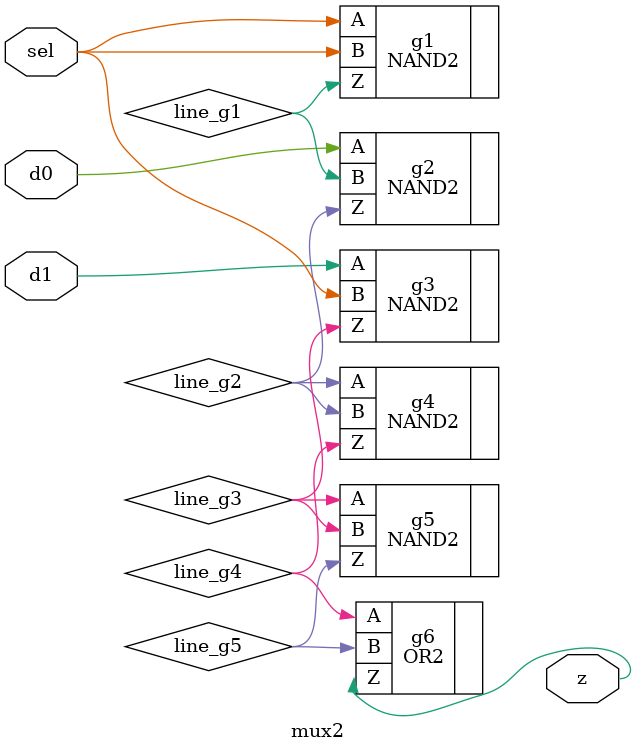
<source format=sv>
module mux2 (
    input logic d0,          // Data input 0
    input logic d1,          // Data input 1
    input logic sel,         // Select input
    output logic z           // Output
);

// Put your code here
// ------------------

logic line_g1, line_g2, line_g3, line_g4, line_g5;

NAND2#(
   .Tpdlh(10),
   .Tpdhl(10) 
) g1 (
    .A(sel),
    .B(sel),
    .Z(line_g1)
);

NAND2#(
   .Tpdlh(10),
   .Tpdhl(10) 
) g2 (
    .A(d0),
    .B(line_g1),
    .Z(line_g2)
);

NAND2#(
   .Tpdlh(10),
   .Tpdhl(10) 
) g3 (
    .A(d1),
    .B(sel),
    .Z(line_g3)
);

NAND2#(
   .Tpdlh(10),
   .Tpdhl(10) 
) g4 (
    .A(line_g2),
    .B(line_g2),
    .Z(line_g4)
);

NAND2#(
   .Tpdlh(10),
   .Tpdhl(10) 
) g5 (
    .A(line_g3),
    .B(line_g3),
    .Z(line_g5)
);

OR2#(
   .Tpdlh(8),
   .Tpdhl(8) 
) g6 (
    .A(line_g4),
    .B(line_g5),
    .Z(z)
);


// End of your code

endmodule

</source>
